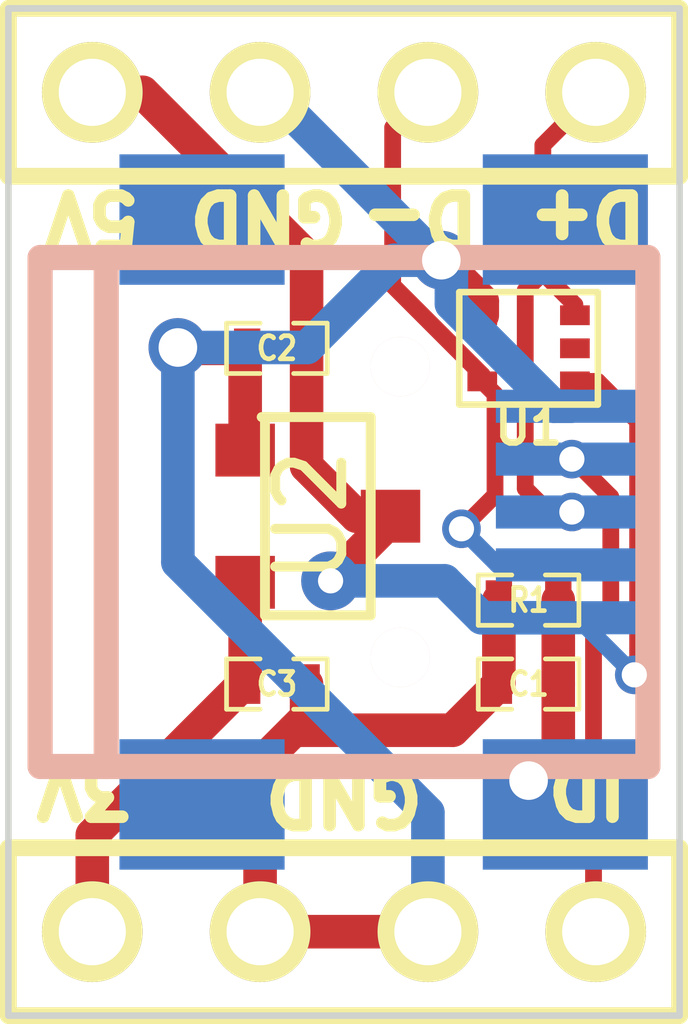
<source format=kicad_pcb>
(kicad_pcb (version 3) (host pcbnew "(2013-june-11)-stable")

  (general
    (links 22)
    (no_connects 0)
    (area 182.061556 127.508 195.125763 146.812)
    (thickness 1.6)
    (drawings 12)
    (tracks 87)
    (zones 0)
    (modules 9)
    (nets 8)
  )

  (page A3)
  (layers
    (15 F.Cu signal)
    (0 B.Cu signal)
    (16 B.Adhes user hide)
    (17 F.Adhes user hide)
    (18 B.Paste user hide)
    (19 F.Paste user hide)
    (20 B.SilkS user hide)
    (21 F.SilkS user hide)
    (22 B.Mask user)
    (23 F.Mask user)
    (24 Dwgs.User user)
    (25 Cmts.User user)
    (26 Eco1.User user)
    (27 Eco2.User user)
    (28 Edge.Cuts user)
  )

  (setup
    (last_trace_width 0.254)
    (trace_clearance 0.1524)
    (zone_clearance 0.1524)
    (zone_45_only no)
    (trace_min 0.006)
    (segment_width 0.2)
    (edge_width 0.1)
    (via_size 0.5842)
    (via_drill 0.381)
    (via_min_size 0.02)
    (via_min_drill 0.3302)
    (uvia_size 0.508)
    (uvia_drill 0.127)
    (uvias_allowed no)
    (uvia_min_size 0.01778)
    (uvia_min_drill 0.127)
    (pcb_text_width 0.3)
    (pcb_text_size 1.5 1.5)
    (mod_edge_width 0.15)
    (mod_text_size 1 1)
    (mod_text_width 0.15)
    (pad_size 1.524 1.524)
    (pad_drill 1.016)
    (pad_to_mask_clearance 0)
    (aux_axis_origin 0 0)
    (visible_elements FFFFFFBF)
    (pcbplotparams
      (layerselection 284983297)
      (usegerberextensions true)
      (excludeedgelayer true)
      (linewidth 0.150000)
      (plotframeref false)
      (viasonmask false)
      (mode 1)
      (useauxorigin false)
      (hpglpennumber 1)
      (hpglpenspeed 20)
      (hpglpendiameter 15)
      (hpglpenoverlay 2)
      (psnegative false)
      (psa4output false)
      (plotreference true)
      (plotvalue true)
      (plotothertext true)
      (plotinvisibletext false)
      (padsonsilk false)
      (subtractmaskfromsilk true)
      (outputformat 1)
      (mirror false)
      (drillshape 0)
      (scaleselection 1)
      (outputdirectory gerbers/))
  )

  (net 0 "")
  (net 1 D+)
  (net 2 D-)
  (net 3 GND)
  (net 4 ID)
  (net 5 N-000003)
  (net 6 VBUS)
  (net 7 VREG)

  (net_class Default "This is the default net class."
    (clearance 0.1524)
    (trace_width 0.254)
    (via_dia 0.5842)
    (via_drill 0.381)
    (uvia_dia 0.508)
    (uvia_drill 0.127)
    (add_net "")
    (add_net D+)
    (add_net D-)
    (add_net ID)
    (add_net VBUS)
  )

  (net_class Power ""
    (clearance 0.1524)
    (trace_width 0.508)
    (via_dia 0.889)
    (via_drill 0.5842)
    (uvia_dia 0.508)
    (uvia_drill 0.127)
    (add_net GND)
    (add_net N-000003)
    (add_net VREG)
  )

  (module USB_MINI_B   locked (layer B.Cu) (tedit 53CAD117) (tstamp 52FC4526)
    (at 187.96 137.16)
    (descr "USB Mini-B 5-pin SMD connector")
    (tags "USB, Mini-B, connector")
    (path /52DE9E73)
    (fp_text reference CON1 (at 0 -6.90118) (layer B.SilkS) hide
      (effects (font (size 1.016 1.016) (thickness 0.2032)) (justify mirror))
    )
    (fp_text value USB-MINI-B (at 0 7.0993) (layer B.SilkS) hide
      (effects (font (size 1.016 1.016) (thickness 0.2032)) (justify mirror))
    )
    (fp_line (start -3.59918 3.85064) (end -3.59918 -3.85064) (layer B.SilkS) (width 0.381))
    (fp_line (start -4.59994 3.85064) (end -4.59994 -3.85064) (layer B.SilkS) (width 0.381))
    (fp_line (start -4.59994 -3.85064) (end 4.59994 -3.85064) (layer B.SilkS) (width 0.381))
    (fp_line (start 4.59994 -3.85064) (end 4.59994 3.85064) (layer B.SilkS) (width 0.381))
    (fp_line (start 4.59994 3.85064) (end -4.59994 3.85064) (layer B.SilkS) (width 0.381))
    (pad 1 smd rect (at 3.44932 1.6002) (size 2.30124 0.50038)
      (layers B.Cu B.Paste B.Mask)
      (net 6 VBUS)
    )
    (pad 2 smd rect (at 3.44932 0.8001) (size 2.30124 0.50038)
      (layers B.Cu B.Paste B.Mask)
      (net 2 D-)
    )
    (pad 3 smd rect (at 3.44932 0) (size 2.30124 0.50038)
      (layers B.Cu B.Paste B.Mask)
      (net 1 D+)
    )
    (pad 4 smd rect (at 3.44932 -0.8001) (size 2.30124 0.50038)
      (layers B.Cu B.Paste B.Mask)
      (net 4 ID)
    )
    (pad 5 smd rect (at 3.44932 -1.6002) (size 2.30124 0.50038)
      (layers B.Cu B.Paste B.Mask)
      (net 3 GND)
    )
    (pad 6 smd rect (at 3.35026 4.42468) (size 2.49936 1.97358)
      (layers B.Cu B.Paste B.Mask)
      (net 5 N-000003)
    )
    (pad 6 smd rect (at -2.14884 4.42468) (size 2.49936 1.97358)
      (layers B.Cu B.Paste B.Mask)
    )
    (pad 6 smd rect (at 3.35026 -4.42468) (size 2.49936 1.97358)
      (layers B.Cu B.Paste B.Mask)
    )
    (pad 6 smd rect (at -2.14884 -4.42468) (size 2.49936 1.97358)
      (layers B.Cu B.Paste B.Mask)
    )
    (pad "" np_thru_hole circle (at 0.8509 2.19964) (size 0.89916 0.89916) (drill 0.89916)
      (layers *.Cu *.Mask B.SilkS)
    )
    (pad "" np_thru_hole circle (at 0.8509 -2.19964) (size 0.89916 0.89916) (drill 0.89916)
      (layers *.Cu *.Mask B.SilkS)
    )
  )

  (module SOT553 (layer F.Cu) (tedit 52FC4CAC) (tstamp 52DEA4E3)
    (at 190.754 134.6835 180)
    (descr SOT553)
    (path /52DEA10B)
    (attr smd)
    (fp_text reference U1 (at 0 -1.19888 180) (layer F.SilkS)
      (effects (font (size 0.50038 0.50038) (thickness 0.09906)))
    )
    (fp_text value TPD2E001IDRLRQ1 (at 0 1.34874 180) (layer F.SilkS) hide
      (effects (font (size 0.50038 0.50038) (thickness 0.09906)))
    )
    (fp_line (start -1.04902 -0.8509) (end 1.04902 -0.8509) (layer F.SilkS) (width 0.09906))
    (fp_line (start 1.04902 -0.8509) (end 1.04902 0.8509) (layer F.SilkS) (width 0.09906))
    (fp_line (start 1.04902 0.8509) (end -1.04902 0.8509) (layer F.SilkS) (width 0.09906))
    (fp_line (start -1.04902 0.8509) (end -1.04902 -0.8509) (layer F.SilkS) (width 0.09906))
    (pad 1 smd rect (at -0.70104 -0.50038 180) (size 0.44958 0.29972)
      (layers F.Cu F.Paste F.Mask)
      (net 6 VBUS)
    )
    (pad 3 smd rect (at -0.70104 0.50038 180) (size 0.44958 0.29972)
      (layers F.Cu F.Paste F.Mask)
      (net 1 D+)
    )
    (pad 5 smd rect (at 0.70104 -0.50038 180) (size 0.44958 0.29972)
      (layers F.Cu F.Paste F.Mask)
      (net 2 D-)
    )
    (pad 2 smd rect (at -0.70104 0 180) (size 0.44958 0.29972)
      (layers F.Cu F.Paste F.Mask)
    )
    (pad 4 smd rect (at 0.70104 0.50038 180) (size 0.44958 0.29972)
      (layers F.Cu F.Paste F.Mask)
      (net 3 GND)
    )
    (model smd\smd_transistors\sc70-5.wrl
      (at (xyz 0 0 0))
      (scale (xyz 0.77 0.65 0.7))
      (rotate (xyz 0 0 90))
    )
  )

  (module SM0402_r (layer F.Cu) (tedit 5141C458) (tstamp 52DEA4EF)
    (at 190.754 138.4935 180)
    (path /52DE9E82)
    (attr smd)
    (fp_text reference R1 (at 0 0 180) (layer F.SilkS)
      (effects (font (size 0.35052 0.3048) (thickness 0.07112)))
    )
    (fp_text value 1M (at 0.09906 0 180) (layer F.SilkS) hide
      (effects (font (size 0.35052 0.3048) (thickness 0.07112)))
    )
    (fp_line (start -0.254 -0.381) (end -0.762 -0.381) (layer F.SilkS) (width 0.07112))
    (fp_line (start -0.762 -0.381) (end -0.762 0.381) (layer F.SilkS) (width 0.07112))
    (fp_line (start -0.762 0.381) (end -0.254 0.381) (layer F.SilkS) (width 0.07112))
    (fp_line (start 0.254 -0.381) (end 0.762 -0.381) (layer F.SilkS) (width 0.07112))
    (fp_line (start 0.762 -0.381) (end 0.762 0.381) (layer F.SilkS) (width 0.07112))
    (fp_line (start 0.762 0.381) (end 0.254 0.381) (layer F.SilkS) (width 0.07112))
    (pad 1 smd rect (at -0.44958 0 180) (size 0.39878 0.59944)
      (layers F.Cu F.Paste F.Mask)
      (net 5 N-000003)
    )
    (pad 2 smd rect (at 0.44958 0 180) (size 0.39878 0.59944)
      (layers F.Cu F.Paste F.Mask)
      (net 3 GND)
    )
    (model smd/resistors/R0402.wrl
      (at (xyz 0 0 0))
      (scale (xyz 0.27 0.27 0.27))
      (rotate (xyz 0 0 0))
    )
  )

  (module SM0402_c (layer F.Cu) (tedit 516FD0AE) (tstamp 52DEA4FB)
    (at 190.754 139.7635 180)
    (path /52DE9E91)
    (attr smd)
    (fp_text reference C1 (at 0 0 180) (layer F.SilkS)
      (effects (font (size 0.35052 0.3048) (thickness 0.07112)))
    )
    (fp_text value 4.7nF (at 0.09906 0 180) (layer F.SilkS) hide
      (effects (font (size 0.35052 0.3048) (thickness 0.07112)))
    )
    (fp_line (start -0.254 -0.381) (end -0.762 -0.381) (layer F.SilkS) (width 0.07112))
    (fp_line (start -0.762 -0.381) (end -0.762 0.381) (layer F.SilkS) (width 0.07112))
    (fp_line (start -0.762 0.381) (end -0.254 0.381) (layer F.SilkS) (width 0.07112))
    (fp_line (start 0.254 -0.381) (end 0.762 -0.381) (layer F.SilkS) (width 0.07112))
    (fp_line (start 0.762 -0.381) (end 0.762 0.381) (layer F.SilkS) (width 0.07112))
    (fp_line (start 0.762 0.381) (end 0.254 0.381) (layer F.SilkS) (width 0.07112))
    (pad 1 smd rect (at -0.44958 0 180) (size 0.39878 0.59944)
      (layers F.Cu F.Paste F.Mask)
      (net 5 N-000003)
    )
    (pad 2 smd rect (at 0.44958 0 180) (size 0.39878 0.59944)
      (layers F.Cu F.Paste F.Mask)
      (net 3 GND)
    )
    (model smd/capacitors/C0402.wrl
      (at (xyz 0 0 0))
      (scale (xyz 0.27 0.27 0.27))
      (rotate (xyz 0 0 0))
    )
  )

  (module SM0402_c (layer F.Cu) (tedit 516FD0AE) (tstamp 52DEA507)
    (at 186.944 134.6835 180)
    (path /52DEA0ED)
    (attr smd)
    (fp_text reference C2 (at 0 0 180) (layer F.SilkS)
      (effects (font (size 0.35052 0.3048) (thickness 0.07112)))
    )
    (fp_text value 0.1uF (at 0.09906 0 180) (layer F.SilkS) hide
      (effects (font (size 0.35052 0.3048) (thickness 0.07112)))
    )
    (fp_line (start -0.254 -0.381) (end -0.762 -0.381) (layer F.SilkS) (width 0.07112))
    (fp_line (start -0.762 -0.381) (end -0.762 0.381) (layer F.SilkS) (width 0.07112))
    (fp_line (start -0.762 0.381) (end -0.254 0.381) (layer F.SilkS) (width 0.07112))
    (fp_line (start 0.254 -0.381) (end 0.762 -0.381) (layer F.SilkS) (width 0.07112))
    (fp_line (start 0.762 -0.381) (end 0.762 0.381) (layer F.SilkS) (width 0.07112))
    (fp_line (start 0.762 0.381) (end 0.254 0.381) (layer F.SilkS) (width 0.07112))
    (pad 1 smd rect (at -0.44958 0 180) (size 0.39878 0.59944)
      (layers F.Cu F.Paste F.Mask)
      (net 6 VBUS)
    )
    (pad 2 smd rect (at 0.44958 0 180) (size 0.39878 0.59944)
      (layers F.Cu F.Paste F.Mask)
      (net 3 GND)
    )
    (model smd/capacitors/C0402.wrl
      (at (xyz 0 0 0))
      (scale (xyz 0.27 0.27 0.27))
      (rotate (xyz 0 0 0))
    )
  )

  (module SM0402_c (layer F.Cu) (tedit 516FD0AE) (tstamp 52DEA513)
    (at 186.944 139.7635)
    (path /52DEA0FC)
    (attr smd)
    (fp_text reference C3 (at 0 0) (layer F.SilkS)
      (effects (font (size 0.35052 0.3048) (thickness 0.07112)))
    )
    (fp_text value 1uF (at 0.09906 0) (layer F.SilkS) hide
      (effects (font (size 0.35052 0.3048) (thickness 0.07112)))
    )
    (fp_line (start -0.254 -0.381) (end -0.762 -0.381) (layer F.SilkS) (width 0.07112))
    (fp_line (start -0.762 -0.381) (end -0.762 0.381) (layer F.SilkS) (width 0.07112))
    (fp_line (start -0.762 0.381) (end -0.254 0.381) (layer F.SilkS) (width 0.07112))
    (fp_line (start 0.254 -0.381) (end 0.762 -0.381) (layer F.SilkS) (width 0.07112))
    (fp_line (start 0.762 -0.381) (end 0.762 0.381) (layer F.SilkS) (width 0.07112))
    (fp_line (start 0.762 0.381) (end 0.254 0.381) (layer F.SilkS) (width 0.07112))
    (pad 1 smd rect (at -0.44958 0) (size 0.39878 0.59944)
      (layers F.Cu F.Paste F.Mask)
      (net 7 VREG)
    )
    (pad 2 smd rect (at 0.44958 0) (size 0.39878 0.59944)
      (layers F.Cu F.Paste F.Mask)
      (net 3 GND)
    )
    (model smd/capacitors/C0402.wrl
      (at (xyz 0 0 0))
      (scale (xyz 0.27 0.27 0.27))
      (rotate (xyz 0 0 0))
    )
  )

  (module SC59 (layer F.Cu) (tedit 52DD5B1B) (tstamp 52DEA51E)
    (at 188.214 137.2235 270)
    (path /52DEA0DE)
    (fp_text reference U2 (at 0 0.75 270) (layer F.SilkS)
      (effects (font (size 1 1) (thickness 0.15)))
    )
    (fp_text value AAT3220 (at 0.5 3.25 270) (layer F.SilkS) hide
      (effects (font (size 1 1) (thickness 0.15)))
    )
    (fp_line (start -1.5 -0.1) (end -1.5 1.5) (layer F.SilkS) (width 0.15))
    (fp_line (start -1.5 1.45) (end 1.5 1.45) (layer F.SilkS) (width 0.15))
    (fp_line (start 1.5 1.45) (end 1.5 -0.15) (layer F.SilkS) (width 0.15))
    (fp_line (start 1.5 -0.15) (end -1.5 -0.15) (layer F.SilkS) (width 0.15))
    (pad 1 smd rect (at -1 1.75 270) (size 0.8 0.9)
      (layers F.Cu F.Paste F.Mask)
      (net 3 GND)
    )
    (pad 2 smd rect (at 1 1.75 270) (size 0.8 0.9)
      (layers F.Cu F.Paste F.Mask)
      (net 7 VREG)
    )
    (pad 3 smd rect (at 0 -0.45 270) (size 0.8 0.9)
      (layers F.Cu F.Paste F.Mask)
      (net 6 VBUS)
    )
  )

  (module PIN_ARRAY_4x1 (layer F.Cu) (tedit 53D9BDBD) (tstamp 52DEA52A)
    (at 187.96 130.81)
    (descr "Double rangee de contacts 2 x 5 pins")
    (tags CONN)
    (path /52DEA169)
    (fp_text reference P2 (at 0 -2.54) (layer F.SilkS) hide
      (effects (font (size 1.016 1.016) (thickness 0.2032)))
    )
    (fp_text value CONN_4 (at 0 2.54) (layer F.SilkS) hide
      (effects (font (size 1.016 1.016) (thickness 0.2032)))
    )
    (fp_line (start 5.08 1.27) (end -5.08 1.27) (layer F.SilkS) (width 0.254))
    (fp_line (start 5.08 -1.27) (end -5.08 -1.27) (layer F.SilkS) (width 0.254))
    (fp_line (start -5.08 -1.27) (end -5.08 1.27) (layer F.SilkS) (width 0.254))
    (fp_line (start 5.08 1.27) (end 5.08 -1.27) (layer F.SilkS) (width 0.254))
    (pad 1 thru_hole circle (at -3.81 0) (size 1.524 1.524) (drill 1.016)
      (layers *.Cu *.Mask F.SilkS)
      (net 6 VBUS)
    )
    (pad 2 thru_hole circle (at -1.27 0) (size 1.524 1.524) (drill 1.016)
      (layers *.Cu *.Mask F.SilkS)
      (net 3 GND)
    )
    (pad 3 thru_hole circle (at 1.27 0) (size 1.524 1.524) (drill 1.016)
      (layers *.Cu *.Mask F.SilkS)
      (net 2 D-)
    )
    (pad 4 thru_hole circle (at 3.81 0) (size 1.524 1.524) (drill 1.016)
      (layers *.Cu *.Mask F.SilkS)
      (net 1 D+)
    )
    (model pin_array\pins_array_4x1.wrl
      (at (xyz 0 0 0))
      (scale (xyz 1 1 1))
      (rotate (xyz 0 0 0))
    )
  )

  (module PIN_ARRAY_4x1 (layer F.Cu) (tedit 53D9BDB7) (tstamp 52DEA536)
    (at 187.96 143.51)
    (descr "Double rangee de contacts 2 x 5 pins")
    (tags CONN)
    (path /52DEA178)
    (fp_text reference P1 (at 0 -2.54) (layer F.SilkS) hide
      (effects (font (size 1.016 1.016) (thickness 0.2032)))
    )
    (fp_text value CONN_4 (at 0 2.54) (layer F.SilkS) hide
      (effects (font (size 1.016 1.016) (thickness 0.2032)))
    )
    (fp_line (start 5.08 1.27) (end -5.08 1.27) (layer F.SilkS) (width 0.254))
    (fp_line (start 5.08 -1.27) (end -5.08 -1.27) (layer F.SilkS) (width 0.254))
    (fp_line (start -5.08 -1.27) (end -5.08 1.27) (layer F.SilkS) (width 0.254))
    (fp_line (start 5.08 1.27) (end 5.08 -1.27) (layer F.SilkS) (width 0.254))
    (pad 1 thru_hole circle (at -3.81 0) (size 1.524 1.524) (drill 1.016)
      (layers *.Cu *.Mask F.SilkS)
      (net 7 VREG)
    )
    (pad 2 thru_hole circle (at -1.27 0) (size 1.524 1.524) (drill 1.016)
      (layers *.Cu *.Mask F.SilkS)
      (net 3 GND)
    )
    (pad 3 thru_hole circle (at 1.27 0) (size 1.524 1.524) (drill 1.016)
      (layers *.Cu *.Mask F.SilkS)
      (net 3 GND)
    )
    (pad 4 thru_hole circle (at 3.81 0) (size 1.524 1.524) (drill 1.016)
      (layers *.Cu *.Mask F.SilkS)
      (net 4 ID)
    )
    (model pin_array\pins_array_4x1.wrl
      (at (xyz 0 0 0))
      (scale (xyz 1 1 1))
      (rotate (xyz 0 0 0))
    )
  )

  (gr_text ID (at 191.643 141.351 180) (layer F.SilkS)
    (effects (font (size 0.762 0.762) (thickness 0.1905)))
  )
  (gr_text D- (at 189.103 132.715 180) (layer F.SilkS)
    (effects (font (size 0.762 0.762) (thickness 0.1905)))
  )
  (gr_text D+ (at 191.643 132.715 180) (layer F.SilkS)
    (effects (font (size 0.762 0.762) (thickness 0.1905)))
  )
  (gr_text GND (at 186.817 132.715 180) (layer F.SilkS)
    (effects (font (size 0.762 0.762) (thickness 0.1905)))
  )
  (gr_text GND (at 187.96 141.478 180) (layer F.SilkS)
    (effects (font (size 0.762 0.762) (thickness 0.1905)))
  )
  (gr_text 3V (at 184.023 141.351 180) (layer F.SilkS)
    (effects (font (size 0.762 0.762) (thickness 0.1905)))
  )
  (gr_text 5V (at 184.15 132.715 180) (layer F.SilkS)
    (effects (font (size 0.762 0.762) (thickness 0.1905)))
  )
  (gr_line (start 182.88 129.54) (end 182.88 144.78) (angle 90) (layer Edge.Cuts) (width 0.1))
  (gr_line (start 193.04 129.54) (end 182.88 129.54) (angle 90) (layer Edge.Cuts) (width 0.1))
  (gr_line (start 193.04 144.78) (end 193.04 129.54) (angle 90) (layer Edge.Cuts) (width 0.1))
  (gr_line (start 193.04 129.54) (end 182.88 129.54) (angle 90) (layer Edge.Cuts) (width 0.1))
  (gr_line (start 182.88 144.78) (end 193.04 144.78) (angle 90) (layer Edge.Cuts) (width 0.1))

  (via (at 191.40932 137.16) (size 0.5842) (layers F.Cu B.Cu) (net 1))
  (segment (start 191.0588 137.16) (end 191.40932 137.16) (width 0.254) (layer F.Cu) (net 1) (tstamp 53D9BB05))
  (segment (start 191.0588 137.16) (end 190.7032 136.8044) (width 0.254) (layer F.Cu) (net 1) (tstamp 53D9BB06))
  (segment (start 190.7032 136.8044) (end 190.7032 133.807202) (width 0.254) (layer F.Cu) (net 1) (tstamp 53D9BB0A))
  (segment (start 190.969902 133.5405) (end 190.7032 133.807202) (width 0.254) (layer F.Cu) (net 1) (tstamp 53D9BB0D))
  (segment (start 191.45504 134.18312) (end 191.45504 134.025638) (width 0.254) (layer F.Cu) (net 1))
  (segment (start 190.969902 131.610098) (end 191.77 130.81) (width 0.254) (layer F.Cu) (net 1) (tstamp 52FC4ABF))
  (segment (start 190.969902 133.5405) (end 190.969902 131.610098) (width 0.254) (layer F.Cu) (net 1) (tstamp 52FC4ABA))
  (segment (start 191.45504 134.025638) (end 190.969902 133.5405) (width 0.254) (layer F.Cu) (net 1) (tstamp 52FC4AB6))
  (segment (start 190.05296 135.18388) (end 190.05296 135.08736) (width 0.254) (layer F.Cu) (net 2))
  (segment (start 188.6966 131.3434) (end 189.23 130.81) (width 0.254) (layer F.Cu) (net 2) (tstamp 53D9BCBA))
  (segment (start 188.6966 133.731) (end 188.6966 131.3434) (width 0.254) (layer F.Cu) (net 2) (tstamp 53D9BCB7))
  (segment (start 190.05296 135.08736) (end 188.6966 133.731) (width 0.254) (layer F.Cu) (net 2) (tstamp 53D9BCB3))
  (segment (start 191.40932 137.9601) (end 190.2841 137.9601) (width 0.254) (layer B.Cu) (net 2))
  (segment (start 190.246 135.37692) (end 190.05296 135.18388) (width 0.254) (layer F.Cu) (net 2) (tstamp 53D9BA43))
  (segment (start 190.246 136.906) (end 190.246 135.37692) (width 0.254) (layer F.Cu) (net 2) (tstamp 53D9BA42))
  (segment (start 189.738 137.414) (end 190.246 136.906) (width 0.254) (layer F.Cu) (net 2) (tstamp 53D9BA41))
  (via (at 189.738 137.414) (size 0.5842) (layers F.Cu B.Cu) (net 2))
  (segment (start 190.2841 137.9601) (end 189.738 137.414) (width 0.254) (layer B.Cu) (net 2) (tstamp 53D9BA3D))
  (segment (start 185.4454 134.6708) (end 185.4454 137.922) (width 0.508) (layer B.Cu) (net 3))
  (segment (start 189.23 141.7066) (end 189.23 143.51) (width 0.508) (layer B.Cu) (net 3) (tstamp 53D9BC60))
  (segment (start 185.4454 137.922) (end 189.23 141.7066) (width 0.508) (layer B.Cu) (net 3) (tstamp 53D9BC5D))
  (segment (start 186.69 130.81) (end 186.8424 130.81) (width 0.508) (layer B.Cu) (net 3))
  (segment (start 189.3824 133.35) (end 189.4332 133.35) (width 0.508) (layer B.Cu) (net 3) (tstamp 53D9BB58))
  (segment (start 186.8424 130.81) (end 189.3824 133.35) (width 0.508) (layer B.Cu) (net 3) (tstamp 53D9BB55))
  (segment (start 189.4332 133.35) (end 188.722 133.35) (width 0.508) (layer B.Cu) (net 3))
  (segment (start 185.4581 134.6835) (end 186.49442 134.6835) (width 0.508) (layer F.Cu) (net 3) (tstamp 53D9BB3F))
  (segment (start 185.4454 134.6708) (end 185.4581 134.6835) (width 0.508) (layer F.Cu) (net 3) (tstamp 53D9BB3E))
  (via (at 185.4454 134.6708) (size 0.889) (layers F.Cu B.Cu) (net 3))
  (segment (start 187.4012 134.6708) (end 185.4454 134.6708) (width 0.508) (layer B.Cu) (net 3) (tstamp 53D9BB3A))
  (segment (start 188.722 133.35) (end 187.4012 134.6708) (width 0.508) (layer B.Cu) (net 3) (tstamp 53D9BB36))
  (segment (start 190.05296 134.18312) (end 190.05296 133.96976) (width 0.508) (layer F.Cu) (net 3))
  (segment (start 191.135 135.5598) (end 191.40932 135.5598) (width 0.508) (layer B.Cu) (net 3) (tstamp 53D9BB2D))
  (segment (start 189.5856 134.0104) (end 191.135 135.5598) (width 0.508) (layer B.Cu) (net 3) (tstamp 53D9BB2C))
  (segment (start 189.5856 133.5024) (end 189.5856 134.0104) (width 0.508) (layer B.Cu) (net 3) (tstamp 53D9BB27))
  (segment (start 189.4332 133.35) (end 189.5856 133.5024) (width 0.508) (layer B.Cu) (net 3) (tstamp 53D9BB26))
  (via (at 189.4332 133.35) (size 0.889) (layers F.Cu B.Cu) (net 3))
  (segment (start 190.05296 133.96976) (end 189.4332 133.35) (width 0.508) (layer F.Cu) (net 3) (tstamp 53D9BB1C))
  (segment (start 190.30442 139.7635) (end 190.30442 138.4935) (width 0.508) (layer F.Cu) (net 3))
  (segment (start 187.198 140.462) (end 189.60592 140.462) (width 0.508) (layer F.Cu) (net 3))
  (segment (start 189.60592 140.462) (end 190.30442 139.7635) (width 0.508) (layer F.Cu) (net 3) (tstamp 53D9B9A4))
  (segment (start 187.39358 139.7635) (end 187.39358 140.26642) (width 0.508) (layer F.Cu) (net 3))
  (segment (start 186.69 140.97) (end 186.69 143.51) (width 0.508) (layer F.Cu) (net 3) (tstamp 53D9B990))
  (segment (start 187.39358 140.26642) (end 187.198 140.462) (width 0.508) (layer F.Cu) (net 3) (tstamp 53D9B98D))
  (segment (start 187.198 140.462) (end 186.69 140.97) (width 0.508) (layer F.Cu) (net 3) (tstamp 53D9B9A2))
  (segment (start 189.23 143.51) (end 186.69 143.51) (width 0.508) (layer F.Cu) (net 3))
  (segment (start 186.464 136.2235) (end 186.464 134.71392) (width 0.508) (layer F.Cu) (net 3))
  (segment (start 186.464 134.71392) (end 186.49442 134.6835) (width 0.508) (layer F.Cu) (net 3) (tstamp 53D9B882))
  (segment (start 191.9732 136.906) (end 191.9986 136.9314) (width 0.254) (layer F.Cu) (net 4))
  (segment (start 191.9986 136.9314) (end 191.9986 137.8712) (width 0.254) (layer F.Cu) (net 4) (tstamp 53D9BC11))
  (segment (start 191.736982 143.476982) (end 191.77 143.51) (width 0.254) (layer F.Cu) (net 4) (tstamp 53D9BC29))
  (segment (start 191.736982 138.996418) (end 191.736982 143.476982) (width 0.254) (layer F.Cu) (net 4) (tstamp 53D9BC27))
  (segment (start 191.9986 138.7348) (end 191.736982 138.996418) (width 0.254) (layer F.Cu) (net 4) (tstamp 53D9BC24))
  (segment (start 191.9986 137.8712) (end 191.9986 138.7348) (width 0.254) (layer F.Cu) (net 4) (tstamp 53D9BC22))
  (via (at 191.40932 136.3599) (size 0.5842) (layers F.Cu B.Cu) (net 4))
  (segment (start 191.42202 136.35482) (end 191.9732 136.906) (width 0.254) (layer F.Cu) (net 4) (tstamp 53D9BBC4))
  (segment (start 191.42202 136.3472) (end 191.42202 136.35482) (width 0.254) (layer F.Cu) (net 4) (tstamp 53D9BBBD))
  (segment (start 191.42202 136.3472) (end 191.40932 136.3599) (width 0.254) (layer F.Cu) (net 4) (tstamp 53D9BBBC))
  (segment (start 191.20358 139.7635) (end 191.20358 140.77442) (width 0.508) (layer F.Cu) (net 5))
  (segment (start 191.11468 141.58468) (end 191.31026 141.58468) (width 0.508) (layer B.Cu) (net 5) (tstamp 53D9B9E5))
  (segment (start 190.754 141.224) (end 191.11468 141.58468) (width 0.508) (layer B.Cu) (net 5) (tstamp 53D9B9E4))
  (via (at 190.754 141.224) (size 0.889) (layers F.Cu B.Cu) (net 5))
  (segment (start 191.20358 140.77442) (end 190.754 141.224) (width 0.508) (layer F.Cu) (net 5) (tstamp 53D9B9DF))
  (segment (start 191.20358 138.4935) (end 191.20358 139.7635) (width 0.508) (layer F.Cu) (net 5))
  (segment (start 192.405002 139.2682) (end 192.405002 139.572998) (width 0.254) (layer F.Cu) (net 6))
  (segment (start 191.80048 135.18388) (end 192.405002 135.788402) (width 0.254) (layer F.Cu) (net 6) (tstamp 53D9BBEA))
  (segment (start 192.405002 135.788402) (end 192.405002 139.2682) (width 0.254) (layer F.Cu) (net 6) (tstamp 53D9BBEF))
  (segment (start 191.45504 135.18388) (end 191.80048 135.18388) (width 0.254) (layer F.Cu) (net 6))
  (segment (start 191.4906 138.7602) (end 191.40932 138.7602) (width 0.254) (layer B.Cu) (net 6) (tstamp 53D9BC45))
  (segment (start 192.3542 139.6238) (end 191.4906 138.7602) (width 0.254) (layer B.Cu) (net 6) (tstamp 53D9BC44))
  (via (at 192.3542 139.6238) (size 0.5842) (layers F.Cu B.Cu) (net 6))
  (segment (start 192.405002 139.572998) (end 192.3542 139.6238) (width 0.254) (layer F.Cu) (net 6) (tstamp 53D9BC41))
  (segment (start 191.40932 138.7602) (end 190.0428 138.7602) (width 0.508) (layer B.Cu) (net 6))
  (segment (start 188.664 137.2942) (end 188.664 137.2235) (width 0.508) (layer F.Cu) (net 6) (tstamp 53D9BAC4))
  (segment (start 187.7568 138.2014) (end 188.664 137.2942) (width 0.508) (layer F.Cu) (net 6) (tstamp 53D9BAC3))
  (via (at 187.7568 138.2014) (size 0.889) (layers F.Cu B.Cu) (net 6))
  (segment (start 189.484 138.2014) (end 187.7568 138.2014) (width 0.508) (layer B.Cu) (net 6) (tstamp 53D9BAB9))
  (segment (start 190.0428 138.7602) (end 189.484 138.2014) (width 0.508) (layer B.Cu) (net 6) (tstamp 53D9BAB1))
  (segment (start 187.39358 134.6835) (end 187.39358 133.29158) (width 0.508) (layer F.Cu) (net 6))
  (segment (start 184.912 130.81) (end 184.15 130.81) (width 0.508) (layer F.Cu) (net 6) (tstamp 52FC4AF3))
  (segment (start 187.39358 133.29158) (end 184.912 130.81) (width 0.508) (layer F.Cu) (net 6) (tstamp 52FC4AEF))
  (segment (start 188.664 137.2235) (end 188.1505 137.2235) (width 0.508) (layer F.Cu) (net 6))
  (segment (start 187.39358 136.46658) (end 187.39358 134.6835) (width 0.508) (layer F.Cu) (net 6) (tstamp 52FC4AE9))
  (segment (start 188.1505 137.2235) (end 187.39358 136.46658) (width 0.508) (layer F.Cu) (net 6) (tstamp 52FC4AE3))
  (segment (start 186.464 138.2235) (end 186.464 139.73308) (width 0.508) (layer F.Cu) (net 7))
  (segment (start 184.15 142.04708) (end 184.15 143.51) (width 0.508) (layer F.Cu) (net 7) (tstamp 52FC4B33))
  (segment (start 186.464 139.73308) (end 184.15 142.04708) (width 0.508) (layer F.Cu) (net 7) (tstamp 52FC4B32))

)

</source>
